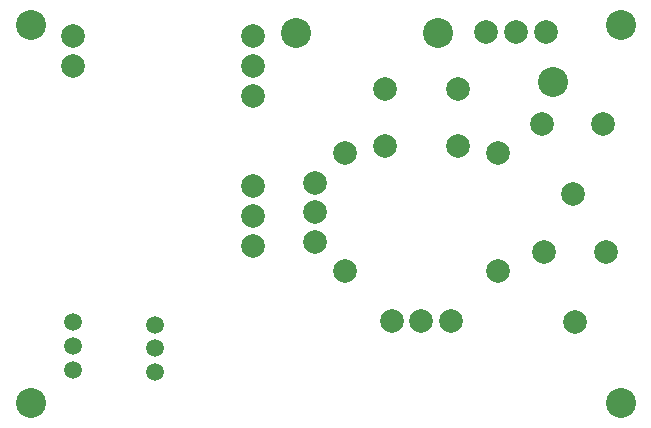
<source format=gbr>
%TF.GenerationSoftware,KiCad,Pcbnew,9.0.0*%
%TF.CreationDate,2025-03-19T09:33:47+01:00*%
%TF.ProjectId,telecommande,74656c65-636f-46d6-9d61-6e64652e6b69,rev?*%
%TF.SameCoordinates,Original*%
%TF.FileFunction,Soldermask,Top*%
%TF.FilePolarity,Negative*%
%FSLAX46Y46*%
G04 Gerber Fmt 4.6, Leading zero omitted, Abs format (unit mm)*
G04 Created by KiCad (PCBNEW 9.0.0) date 2025-03-19 09:33:47*
%MOMM*%
%LPD*%
G01*
G04 APERTURE LIST*
%ADD10C,2.540000*%
%ADD11C,1.500000*%
%ADD12C,2.000000*%
G04 APERTURE END LIST*
D10*
%TO.C,DH2*%
X125500000Y-77500000D03*
%TD*%
%TO.C,DH4*%
X125500000Y-109500000D03*
%TD*%
%TO.C,DH3*%
X75500000Y-109500000D03*
%TD*%
%TO.C,DH1*%
X75500000Y-77500000D03*
%TD*%
D11*
%TO.C,D1*%
X86000000Y-102900000D03*
X86000000Y-104900000D03*
X86000000Y-106900000D03*
%TD*%
%TO.C,D2*%
X79100000Y-102700000D03*
X79100000Y-104700000D03*
X79100000Y-106700000D03*
%TD*%
D10*
%TO.C,J1*%
X119700000Y-82300000D03*
%TD*%
D12*
%TO.C,SW1*%
X114060000Y-78100000D03*
X116600000Y-78100000D03*
X119140000Y-78100000D03*
%TD*%
%TO.C,RV2*%
X124000000Y-85900000D03*
X118800000Y-85900000D03*
X121400000Y-91800000D03*
%TD*%
%TO.C,RV1*%
X124200000Y-96750000D03*
X119000000Y-96750000D03*
X121600000Y-102650000D03*
%TD*%
%TO.C,U1*%
X94320000Y-78410000D03*
X94320000Y-80950000D03*
X94320000Y-83490000D03*
X94320000Y-91110000D03*
X94320000Y-93650000D03*
X94320000Y-96190000D03*
X79080000Y-78410000D03*
X79080000Y-80950000D03*
%TD*%
%TO.C,U2*%
X99560000Y-90870000D03*
X99560000Y-93370000D03*
X99560000Y-95870000D03*
X106100000Y-102600000D03*
X108600000Y-102600000D03*
X111100000Y-102600000D03*
X111700000Y-87770000D03*
X105500000Y-87770000D03*
X111700000Y-82970000D03*
X105500000Y-82970000D03*
X102100000Y-98370000D03*
X115100000Y-98370000D03*
X102100000Y-88370000D03*
X115100000Y-88370000D03*
%TD*%
D10*
%TO.C,D3*%
X110000000Y-78190000D03*
X98000000Y-78190000D03*
%TD*%
M02*

</source>
